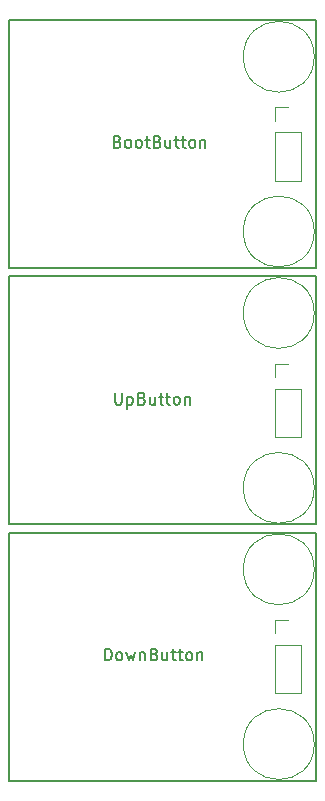
<source format=gbr>
%TF.GenerationSoftware,KiCad,Pcbnew,9.0.2*%
%TF.CreationDate,2025-05-23T17:21:14+09:00*%
%TF.ProjectId,Button PCB,42757474-6f6e-4205-9043-422e6b696361,rev?*%
%TF.SameCoordinates,Original*%
%TF.FileFunction,Legend,Top*%
%TF.FilePolarity,Positive*%
%FSLAX46Y46*%
G04 Gerber Fmt 4.6, Leading zero omitted, Abs format (unit mm)*
G04 Created by KiCad (PCBNEW 9.0.2) date 2025-05-23 17:21:14*
%MOMM*%
%LPD*%
G01*
G04 APERTURE LIST*
%ADD10C,0.200000*%
%ADD11C,0.100000*%
%ADD12C,0.150000*%
%ADD13C,0.120000*%
G04 APERTURE END LIST*
D10*
X300000Y-300000D02*
X26300000Y-300000D01*
X26300000Y-21300000D01*
X300000Y-21300000D01*
X300000Y-300000D01*
D11*
X26150000Y-61600000D02*
G75*
G02*
X20150000Y-61600000I-3000000J0D01*
G01*
X20150000Y-61600000D02*
G75*
G02*
X26150000Y-61600000I3000000J0D01*
G01*
X26150000Y-46800000D02*
G75*
G02*
X20150000Y-46800000I-3000000J0D01*
G01*
X20150000Y-46800000D02*
G75*
G02*
X26150000Y-46800000I3000000J0D01*
G01*
X26150000Y-39900000D02*
G75*
G02*
X20150000Y-39900000I-3000000J0D01*
G01*
X20150000Y-39900000D02*
G75*
G02*
X26150000Y-39900000I3000000J0D01*
G01*
X26150000Y-25100000D02*
G75*
G02*
X20150000Y-25100000I-3000000J0D01*
G01*
X20150000Y-25100000D02*
G75*
G02*
X26150000Y-25100000I3000000J0D01*
G01*
X26150000Y-18200000D02*
G75*
G02*
X20150000Y-18200000I-3000000J0D01*
G01*
X20150000Y-18200000D02*
G75*
G02*
X26150000Y-18200000I3000000J0D01*
G01*
X26150000Y-3400000D02*
G75*
G02*
X20150000Y-3400000I-3000000J0D01*
G01*
X20150000Y-3400000D02*
G75*
G02*
X26150000Y-3400000I3000000J0D01*
G01*
D10*
X300000Y-43700000D02*
X26300000Y-43700000D01*
X26300000Y-64700000D01*
X300000Y-64700000D01*
X300000Y-43700000D01*
X300000Y-22000000D02*
X26300000Y-22000000D01*
X26300000Y-43000000D01*
X300000Y-43000000D01*
X300000Y-22000000D01*
D12*
X8430952Y-54504819D02*
X8430952Y-53504819D01*
X8430952Y-53504819D02*
X8669047Y-53504819D01*
X8669047Y-53504819D02*
X8811904Y-53552438D01*
X8811904Y-53552438D02*
X8907142Y-53647676D01*
X8907142Y-53647676D02*
X8954761Y-53742914D01*
X8954761Y-53742914D02*
X9002380Y-53933390D01*
X9002380Y-53933390D02*
X9002380Y-54076247D01*
X9002380Y-54076247D02*
X8954761Y-54266723D01*
X8954761Y-54266723D02*
X8907142Y-54361961D01*
X8907142Y-54361961D02*
X8811904Y-54457200D01*
X8811904Y-54457200D02*
X8669047Y-54504819D01*
X8669047Y-54504819D02*
X8430952Y-54504819D01*
X9573809Y-54504819D02*
X9478571Y-54457200D01*
X9478571Y-54457200D02*
X9430952Y-54409580D01*
X9430952Y-54409580D02*
X9383333Y-54314342D01*
X9383333Y-54314342D02*
X9383333Y-54028628D01*
X9383333Y-54028628D02*
X9430952Y-53933390D01*
X9430952Y-53933390D02*
X9478571Y-53885771D01*
X9478571Y-53885771D02*
X9573809Y-53838152D01*
X9573809Y-53838152D02*
X9716666Y-53838152D01*
X9716666Y-53838152D02*
X9811904Y-53885771D01*
X9811904Y-53885771D02*
X9859523Y-53933390D01*
X9859523Y-53933390D02*
X9907142Y-54028628D01*
X9907142Y-54028628D02*
X9907142Y-54314342D01*
X9907142Y-54314342D02*
X9859523Y-54409580D01*
X9859523Y-54409580D02*
X9811904Y-54457200D01*
X9811904Y-54457200D02*
X9716666Y-54504819D01*
X9716666Y-54504819D02*
X9573809Y-54504819D01*
X10240476Y-53838152D02*
X10430952Y-54504819D01*
X10430952Y-54504819D02*
X10621428Y-54028628D01*
X10621428Y-54028628D02*
X10811904Y-54504819D01*
X10811904Y-54504819D02*
X11002380Y-53838152D01*
X11383333Y-53838152D02*
X11383333Y-54504819D01*
X11383333Y-53933390D02*
X11430952Y-53885771D01*
X11430952Y-53885771D02*
X11526190Y-53838152D01*
X11526190Y-53838152D02*
X11669047Y-53838152D01*
X11669047Y-53838152D02*
X11764285Y-53885771D01*
X11764285Y-53885771D02*
X11811904Y-53981009D01*
X11811904Y-53981009D02*
X11811904Y-54504819D01*
X12621428Y-53981009D02*
X12764285Y-54028628D01*
X12764285Y-54028628D02*
X12811904Y-54076247D01*
X12811904Y-54076247D02*
X12859523Y-54171485D01*
X12859523Y-54171485D02*
X12859523Y-54314342D01*
X12859523Y-54314342D02*
X12811904Y-54409580D01*
X12811904Y-54409580D02*
X12764285Y-54457200D01*
X12764285Y-54457200D02*
X12669047Y-54504819D01*
X12669047Y-54504819D02*
X12288095Y-54504819D01*
X12288095Y-54504819D02*
X12288095Y-53504819D01*
X12288095Y-53504819D02*
X12621428Y-53504819D01*
X12621428Y-53504819D02*
X12716666Y-53552438D01*
X12716666Y-53552438D02*
X12764285Y-53600057D01*
X12764285Y-53600057D02*
X12811904Y-53695295D01*
X12811904Y-53695295D02*
X12811904Y-53790533D01*
X12811904Y-53790533D02*
X12764285Y-53885771D01*
X12764285Y-53885771D02*
X12716666Y-53933390D01*
X12716666Y-53933390D02*
X12621428Y-53981009D01*
X12621428Y-53981009D02*
X12288095Y-53981009D01*
X13716666Y-53838152D02*
X13716666Y-54504819D01*
X13288095Y-53838152D02*
X13288095Y-54361961D01*
X13288095Y-54361961D02*
X13335714Y-54457200D01*
X13335714Y-54457200D02*
X13430952Y-54504819D01*
X13430952Y-54504819D02*
X13573809Y-54504819D01*
X13573809Y-54504819D02*
X13669047Y-54457200D01*
X13669047Y-54457200D02*
X13716666Y-54409580D01*
X14050000Y-53838152D02*
X14430952Y-53838152D01*
X14192857Y-53504819D02*
X14192857Y-54361961D01*
X14192857Y-54361961D02*
X14240476Y-54457200D01*
X14240476Y-54457200D02*
X14335714Y-54504819D01*
X14335714Y-54504819D02*
X14430952Y-54504819D01*
X14621429Y-53838152D02*
X15002381Y-53838152D01*
X14764286Y-53504819D02*
X14764286Y-54361961D01*
X14764286Y-54361961D02*
X14811905Y-54457200D01*
X14811905Y-54457200D02*
X14907143Y-54504819D01*
X14907143Y-54504819D02*
X15002381Y-54504819D01*
X15478572Y-54504819D02*
X15383334Y-54457200D01*
X15383334Y-54457200D02*
X15335715Y-54409580D01*
X15335715Y-54409580D02*
X15288096Y-54314342D01*
X15288096Y-54314342D02*
X15288096Y-54028628D01*
X15288096Y-54028628D02*
X15335715Y-53933390D01*
X15335715Y-53933390D02*
X15383334Y-53885771D01*
X15383334Y-53885771D02*
X15478572Y-53838152D01*
X15478572Y-53838152D02*
X15621429Y-53838152D01*
X15621429Y-53838152D02*
X15716667Y-53885771D01*
X15716667Y-53885771D02*
X15764286Y-53933390D01*
X15764286Y-53933390D02*
X15811905Y-54028628D01*
X15811905Y-54028628D02*
X15811905Y-54314342D01*
X15811905Y-54314342D02*
X15764286Y-54409580D01*
X15764286Y-54409580D02*
X15716667Y-54457200D01*
X15716667Y-54457200D02*
X15621429Y-54504819D01*
X15621429Y-54504819D02*
X15478572Y-54504819D01*
X16240477Y-53838152D02*
X16240477Y-54504819D01*
X16240477Y-53933390D02*
X16288096Y-53885771D01*
X16288096Y-53885771D02*
X16383334Y-53838152D01*
X16383334Y-53838152D02*
X16526191Y-53838152D01*
X16526191Y-53838152D02*
X16621429Y-53885771D01*
X16621429Y-53885771D02*
X16669048Y-53981009D01*
X16669048Y-53981009D02*
X16669048Y-54504819D01*
X9283333Y-31854819D02*
X9283333Y-32664342D01*
X9283333Y-32664342D02*
X9330952Y-32759580D01*
X9330952Y-32759580D02*
X9378571Y-32807200D01*
X9378571Y-32807200D02*
X9473809Y-32854819D01*
X9473809Y-32854819D02*
X9664285Y-32854819D01*
X9664285Y-32854819D02*
X9759523Y-32807200D01*
X9759523Y-32807200D02*
X9807142Y-32759580D01*
X9807142Y-32759580D02*
X9854761Y-32664342D01*
X9854761Y-32664342D02*
X9854761Y-31854819D01*
X10330952Y-32188152D02*
X10330952Y-33188152D01*
X10330952Y-32235771D02*
X10426190Y-32188152D01*
X10426190Y-32188152D02*
X10616666Y-32188152D01*
X10616666Y-32188152D02*
X10711904Y-32235771D01*
X10711904Y-32235771D02*
X10759523Y-32283390D01*
X10759523Y-32283390D02*
X10807142Y-32378628D01*
X10807142Y-32378628D02*
X10807142Y-32664342D01*
X10807142Y-32664342D02*
X10759523Y-32759580D01*
X10759523Y-32759580D02*
X10711904Y-32807200D01*
X10711904Y-32807200D02*
X10616666Y-32854819D01*
X10616666Y-32854819D02*
X10426190Y-32854819D01*
X10426190Y-32854819D02*
X10330952Y-32807200D01*
X11569047Y-32331009D02*
X11711904Y-32378628D01*
X11711904Y-32378628D02*
X11759523Y-32426247D01*
X11759523Y-32426247D02*
X11807142Y-32521485D01*
X11807142Y-32521485D02*
X11807142Y-32664342D01*
X11807142Y-32664342D02*
X11759523Y-32759580D01*
X11759523Y-32759580D02*
X11711904Y-32807200D01*
X11711904Y-32807200D02*
X11616666Y-32854819D01*
X11616666Y-32854819D02*
X11235714Y-32854819D01*
X11235714Y-32854819D02*
X11235714Y-31854819D01*
X11235714Y-31854819D02*
X11569047Y-31854819D01*
X11569047Y-31854819D02*
X11664285Y-31902438D01*
X11664285Y-31902438D02*
X11711904Y-31950057D01*
X11711904Y-31950057D02*
X11759523Y-32045295D01*
X11759523Y-32045295D02*
X11759523Y-32140533D01*
X11759523Y-32140533D02*
X11711904Y-32235771D01*
X11711904Y-32235771D02*
X11664285Y-32283390D01*
X11664285Y-32283390D02*
X11569047Y-32331009D01*
X11569047Y-32331009D02*
X11235714Y-32331009D01*
X12664285Y-32188152D02*
X12664285Y-32854819D01*
X12235714Y-32188152D02*
X12235714Y-32711961D01*
X12235714Y-32711961D02*
X12283333Y-32807200D01*
X12283333Y-32807200D02*
X12378571Y-32854819D01*
X12378571Y-32854819D02*
X12521428Y-32854819D01*
X12521428Y-32854819D02*
X12616666Y-32807200D01*
X12616666Y-32807200D02*
X12664285Y-32759580D01*
X12997619Y-32188152D02*
X13378571Y-32188152D01*
X13140476Y-31854819D02*
X13140476Y-32711961D01*
X13140476Y-32711961D02*
X13188095Y-32807200D01*
X13188095Y-32807200D02*
X13283333Y-32854819D01*
X13283333Y-32854819D02*
X13378571Y-32854819D01*
X13569048Y-32188152D02*
X13950000Y-32188152D01*
X13711905Y-31854819D02*
X13711905Y-32711961D01*
X13711905Y-32711961D02*
X13759524Y-32807200D01*
X13759524Y-32807200D02*
X13854762Y-32854819D01*
X13854762Y-32854819D02*
X13950000Y-32854819D01*
X14426191Y-32854819D02*
X14330953Y-32807200D01*
X14330953Y-32807200D02*
X14283334Y-32759580D01*
X14283334Y-32759580D02*
X14235715Y-32664342D01*
X14235715Y-32664342D02*
X14235715Y-32378628D01*
X14235715Y-32378628D02*
X14283334Y-32283390D01*
X14283334Y-32283390D02*
X14330953Y-32235771D01*
X14330953Y-32235771D02*
X14426191Y-32188152D01*
X14426191Y-32188152D02*
X14569048Y-32188152D01*
X14569048Y-32188152D02*
X14664286Y-32235771D01*
X14664286Y-32235771D02*
X14711905Y-32283390D01*
X14711905Y-32283390D02*
X14759524Y-32378628D01*
X14759524Y-32378628D02*
X14759524Y-32664342D01*
X14759524Y-32664342D02*
X14711905Y-32759580D01*
X14711905Y-32759580D02*
X14664286Y-32807200D01*
X14664286Y-32807200D02*
X14569048Y-32854819D01*
X14569048Y-32854819D02*
X14426191Y-32854819D01*
X15188096Y-32188152D02*
X15188096Y-32854819D01*
X15188096Y-32283390D02*
X15235715Y-32235771D01*
X15235715Y-32235771D02*
X15330953Y-32188152D01*
X15330953Y-32188152D02*
X15473810Y-32188152D01*
X15473810Y-32188152D02*
X15569048Y-32235771D01*
X15569048Y-32235771D02*
X15616667Y-32331009D01*
X15616667Y-32331009D02*
X15616667Y-32854819D01*
X9502380Y-10581009D02*
X9645237Y-10628628D01*
X9645237Y-10628628D02*
X9692856Y-10676247D01*
X9692856Y-10676247D02*
X9740475Y-10771485D01*
X9740475Y-10771485D02*
X9740475Y-10914342D01*
X9740475Y-10914342D02*
X9692856Y-11009580D01*
X9692856Y-11009580D02*
X9645237Y-11057200D01*
X9645237Y-11057200D02*
X9549999Y-11104819D01*
X9549999Y-11104819D02*
X9169047Y-11104819D01*
X9169047Y-11104819D02*
X9169047Y-10104819D01*
X9169047Y-10104819D02*
X9502380Y-10104819D01*
X9502380Y-10104819D02*
X9597618Y-10152438D01*
X9597618Y-10152438D02*
X9645237Y-10200057D01*
X9645237Y-10200057D02*
X9692856Y-10295295D01*
X9692856Y-10295295D02*
X9692856Y-10390533D01*
X9692856Y-10390533D02*
X9645237Y-10485771D01*
X9645237Y-10485771D02*
X9597618Y-10533390D01*
X9597618Y-10533390D02*
X9502380Y-10581009D01*
X9502380Y-10581009D02*
X9169047Y-10581009D01*
X10311904Y-11104819D02*
X10216666Y-11057200D01*
X10216666Y-11057200D02*
X10169047Y-11009580D01*
X10169047Y-11009580D02*
X10121428Y-10914342D01*
X10121428Y-10914342D02*
X10121428Y-10628628D01*
X10121428Y-10628628D02*
X10169047Y-10533390D01*
X10169047Y-10533390D02*
X10216666Y-10485771D01*
X10216666Y-10485771D02*
X10311904Y-10438152D01*
X10311904Y-10438152D02*
X10454761Y-10438152D01*
X10454761Y-10438152D02*
X10549999Y-10485771D01*
X10549999Y-10485771D02*
X10597618Y-10533390D01*
X10597618Y-10533390D02*
X10645237Y-10628628D01*
X10645237Y-10628628D02*
X10645237Y-10914342D01*
X10645237Y-10914342D02*
X10597618Y-11009580D01*
X10597618Y-11009580D02*
X10549999Y-11057200D01*
X10549999Y-11057200D02*
X10454761Y-11104819D01*
X10454761Y-11104819D02*
X10311904Y-11104819D01*
X11216666Y-11104819D02*
X11121428Y-11057200D01*
X11121428Y-11057200D02*
X11073809Y-11009580D01*
X11073809Y-11009580D02*
X11026190Y-10914342D01*
X11026190Y-10914342D02*
X11026190Y-10628628D01*
X11026190Y-10628628D02*
X11073809Y-10533390D01*
X11073809Y-10533390D02*
X11121428Y-10485771D01*
X11121428Y-10485771D02*
X11216666Y-10438152D01*
X11216666Y-10438152D02*
X11359523Y-10438152D01*
X11359523Y-10438152D02*
X11454761Y-10485771D01*
X11454761Y-10485771D02*
X11502380Y-10533390D01*
X11502380Y-10533390D02*
X11549999Y-10628628D01*
X11549999Y-10628628D02*
X11549999Y-10914342D01*
X11549999Y-10914342D02*
X11502380Y-11009580D01*
X11502380Y-11009580D02*
X11454761Y-11057200D01*
X11454761Y-11057200D02*
X11359523Y-11104819D01*
X11359523Y-11104819D02*
X11216666Y-11104819D01*
X11835714Y-10438152D02*
X12216666Y-10438152D01*
X11978571Y-10104819D02*
X11978571Y-10961961D01*
X11978571Y-10961961D02*
X12026190Y-11057200D01*
X12026190Y-11057200D02*
X12121428Y-11104819D01*
X12121428Y-11104819D02*
X12216666Y-11104819D01*
X12883333Y-10581009D02*
X13026190Y-10628628D01*
X13026190Y-10628628D02*
X13073809Y-10676247D01*
X13073809Y-10676247D02*
X13121428Y-10771485D01*
X13121428Y-10771485D02*
X13121428Y-10914342D01*
X13121428Y-10914342D02*
X13073809Y-11009580D01*
X13073809Y-11009580D02*
X13026190Y-11057200D01*
X13026190Y-11057200D02*
X12930952Y-11104819D01*
X12930952Y-11104819D02*
X12550000Y-11104819D01*
X12550000Y-11104819D02*
X12550000Y-10104819D01*
X12550000Y-10104819D02*
X12883333Y-10104819D01*
X12883333Y-10104819D02*
X12978571Y-10152438D01*
X12978571Y-10152438D02*
X13026190Y-10200057D01*
X13026190Y-10200057D02*
X13073809Y-10295295D01*
X13073809Y-10295295D02*
X13073809Y-10390533D01*
X13073809Y-10390533D02*
X13026190Y-10485771D01*
X13026190Y-10485771D02*
X12978571Y-10533390D01*
X12978571Y-10533390D02*
X12883333Y-10581009D01*
X12883333Y-10581009D02*
X12550000Y-10581009D01*
X13978571Y-10438152D02*
X13978571Y-11104819D01*
X13550000Y-10438152D02*
X13550000Y-10961961D01*
X13550000Y-10961961D02*
X13597619Y-11057200D01*
X13597619Y-11057200D02*
X13692857Y-11104819D01*
X13692857Y-11104819D02*
X13835714Y-11104819D01*
X13835714Y-11104819D02*
X13930952Y-11057200D01*
X13930952Y-11057200D02*
X13978571Y-11009580D01*
X14311905Y-10438152D02*
X14692857Y-10438152D01*
X14454762Y-10104819D02*
X14454762Y-10961961D01*
X14454762Y-10961961D02*
X14502381Y-11057200D01*
X14502381Y-11057200D02*
X14597619Y-11104819D01*
X14597619Y-11104819D02*
X14692857Y-11104819D01*
X14883334Y-10438152D02*
X15264286Y-10438152D01*
X15026191Y-10104819D02*
X15026191Y-10961961D01*
X15026191Y-10961961D02*
X15073810Y-11057200D01*
X15073810Y-11057200D02*
X15169048Y-11104819D01*
X15169048Y-11104819D02*
X15264286Y-11104819D01*
X15740477Y-11104819D02*
X15645239Y-11057200D01*
X15645239Y-11057200D02*
X15597620Y-11009580D01*
X15597620Y-11009580D02*
X15550001Y-10914342D01*
X15550001Y-10914342D02*
X15550001Y-10628628D01*
X15550001Y-10628628D02*
X15597620Y-10533390D01*
X15597620Y-10533390D02*
X15645239Y-10485771D01*
X15645239Y-10485771D02*
X15740477Y-10438152D01*
X15740477Y-10438152D02*
X15883334Y-10438152D01*
X15883334Y-10438152D02*
X15978572Y-10485771D01*
X15978572Y-10485771D02*
X16026191Y-10533390D01*
X16026191Y-10533390D02*
X16073810Y-10628628D01*
X16073810Y-10628628D02*
X16073810Y-10914342D01*
X16073810Y-10914342D02*
X16026191Y-11009580D01*
X16026191Y-11009580D02*
X15978572Y-11057200D01*
X15978572Y-11057200D02*
X15883334Y-11104819D01*
X15883334Y-11104819D02*
X15740477Y-11104819D01*
X16502382Y-10438152D02*
X16502382Y-11104819D01*
X16502382Y-10533390D02*
X16550001Y-10485771D01*
X16550001Y-10485771D02*
X16645239Y-10438152D01*
X16645239Y-10438152D02*
X16788096Y-10438152D01*
X16788096Y-10438152D02*
X16883334Y-10485771D01*
X16883334Y-10485771D02*
X16930953Y-10581009D01*
X16930953Y-10581009D02*
X16930953Y-11104819D01*
D13*
%TO.C,DownButton*%
X22790000Y-51090000D02*
X23900000Y-51090000D01*
X22790000Y-52200000D02*
X22790000Y-51090000D01*
X22790000Y-53200000D02*
X22790000Y-57310000D01*
X22790000Y-53200000D02*
X25010000Y-53200000D01*
X22790000Y-57310000D02*
X25010000Y-57310000D01*
X25010000Y-53200000D02*
X25010000Y-57310000D01*
%TO.C,UpButton*%
X22790000Y-29390000D02*
X23900000Y-29390000D01*
X22790000Y-30500000D02*
X22790000Y-29390000D01*
X22790000Y-31500000D02*
X22790000Y-35610000D01*
X22790000Y-31500000D02*
X25010000Y-31500000D01*
X22790000Y-35610000D02*
X25010000Y-35610000D01*
X25010000Y-31500000D02*
X25010000Y-35610000D01*
%TO.C,BootButton*%
X22790000Y-7690000D02*
X23900000Y-7690000D01*
X22790000Y-8800000D02*
X22790000Y-7690000D01*
X22790000Y-9800000D02*
X22790000Y-13910000D01*
X22790000Y-9800000D02*
X25010000Y-9800000D01*
X22790000Y-13910000D02*
X25010000Y-13910000D01*
X25010000Y-9800000D02*
X25010000Y-13910000D01*
%TD*%
M02*

</source>
